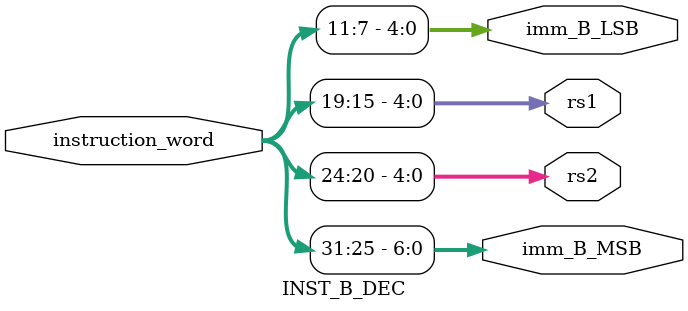
<source format=v>
/*
This module can perform instruction decoding for all B-type instructions
The module outputs the register addresses, MSB and LSB immediate values after decoding
*/

module INST_B_DEC (
    input[31:0] instruction_word,
    output reg[6:0] imm_B_MSB,
    output reg[4:0] rs2,
    output reg[4:0] rs1,
    output reg[4:0] imm_B_LSB
);

    always@(instruction_word)
        begin
            imm_B_MSB = instruction_word[31:25];
            rs2 = instruction_word[24:20];
            rs1 = instruction_word[19:15];
            imm_B_LSB = instruction_word[11:7];
        end
    
endmodule
</source>
